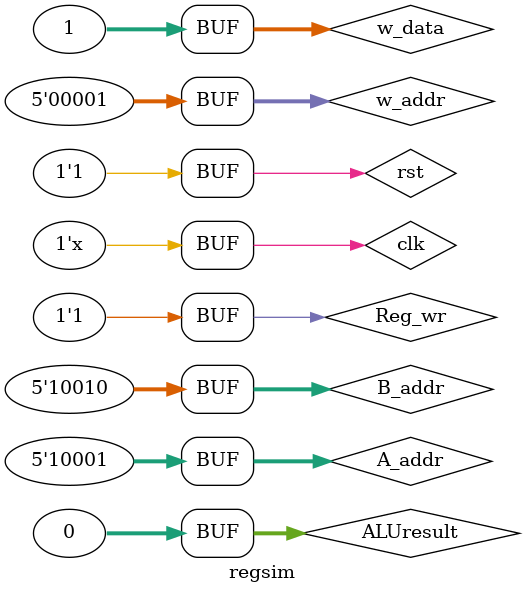
<source format=v>
`timescale 1ns / 1ps


module regsim;

	// Inputs
	reg clk;
	reg rst;
	reg [31:0] w_data;
	reg [4:0] A_addr;
	reg [4:0] B_addr;
	reg [4:0] w_addr;
	reg Reg_wr;
	reg [31:0] ALUresult;
	reg jal;
	reg [7:0] jrreg;

	// Outputs
	wire [31:0] A_data;
	wire [31:0] B_data;
	wire [31:0] displaydata;

	// Instantiate the Unit Under Test (UUT)
	regfile uut (
		.clk(clk), 
		.rst(rst), 
		.A_data(A_data), 
		.B_data(B_data), 
		.w_data(w_data), 
		.A_addr(A_addr), 
		.B_addr(B_addr), 
		.w_addr(w_addr), 
		.Reg_wr(Reg_wr), 
		.ALUresult(ALUresult), 
		.jal(jal), 
		.jrreg(jrreg), 
		.displaydata(displaydata)
	);
always #10 clk=~clk;
	initial begin
		// Initialize Inputs
		clk = 0;
		rst = 0;
		w_data = 0;
		A_addr = 0;
		B_addr = 0;
		w_addr = 0;
		//Reg_wr = 0;
		ALUresult = 0;
		//jal = 0;
		//jrreg = 0;

		// Wait 100 ns for global reset to finish
		#100;
      rst = 1;
		w_data = 32'b1;
		A_addr = 32'b10001;
		B_addr = 32'b10010;
		w_addr = 32'b1;
		Reg_wr = 1;
		// Add stimulus here

	end
      
endmodule


</source>
